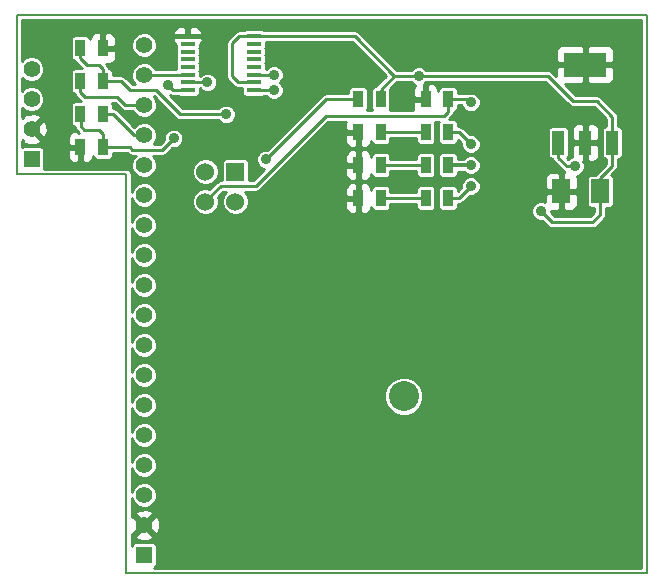
<source format=gtl>
G04 (created by PCBNEW (2012-nov-02)-testing) date Wed 19 Jun 2013 11:23:59 AM CDT*
%MOIN*%
G04 Gerber Fmt 3.4, Leading zero omitted, Abs format*
%FSLAX34Y34*%
G01*
G70*
G90*
G04 APERTURE LIST*
%ADD10C,0.006*%
%ADD11C,0.00590551*%
%ADD12R,0.05X0.015*%
%ADD13R,0.144X0.08*%
%ADD14R,0.04X0.08*%
%ADD15R,0.06X0.08*%
%ADD16R,0.035X0.055*%
%ADD17R,0.055X0.055*%
%ADD18C,0.055*%
%ADD19R,0.06X0.06*%
%ADD20C,0.06*%
%ADD21C,0.1*%
%ADD22C,0.035*%
%ADD23C,0.01*%
%ADD24C,0.014*%
G04 APERTURE END LIST*
G54D10*
G54D11*
X95850Y-48350D02*
X95850Y-66950D01*
X74850Y-48350D02*
X74850Y-53650D01*
X95850Y-48350D02*
X74850Y-48350D01*
X78500Y-66950D02*
X95850Y-66950D01*
X78500Y-53650D02*
X78500Y-66950D01*
X74850Y-53650D02*
X78500Y-53650D01*
G54D12*
X82752Y-50846D03*
X82752Y-50590D03*
X82752Y-50334D03*
X82752Y-50078D03*
X82752Y-49822D03*
X82752Y-49566D03*
X82752Y-49310D03*
X82752Y-49054D03*
X80548Y-49054D03*
X80548Y-49310D03*
X80548Y-49566D03*
X80548Y-49822D03*
X80548Y-50078D03*
X80548Y-50334D03*
X80548Y-50590D03*
X80548Y-50846D03*
G54D13*
X93800Y-50000D03*
G54D14*
X93800Y-52600D03*
X94700Y-52600D03*
X92900Y-52600D03*
G54D15*
X94300Y-54220D03*
X93000Y-54220D03*
G54D16*
X86985Y-54450D03*
X86235Y-54450D03*
X86985Y-53350D03*
X86235Y-53350D03*
X86985Y-52250D03*
X86235Y-52250D03*
X89235Y-54450D03*
X88485Y-54450D03*
X89235Y-53350D03*
X88485Y-53350D03*
X89235Y-52250D03*
X88485Y-52250D03*
G54D17*
X75350Y-53150D03*
G54D18*
X75350Y-52150D03*
X75350Y-51150D03*
X75350Y-50150D03*
G54D17*
X79100Y-66350D03*
G54D18*
X79100Y-65350D03*
X79100Y-64350D03*
X79100Y-63350D03*
X79100Y-62350D03*
X79100Y-61350D03*
X79100Y-60350D03*
X79100Y-59350D03*
X79100Y-58350D03*
X79100Y-57350D03*
X79100Y-56350D03*
X79100Y-55350D03*
X79100Y-54350D03*
X79100Y-53350D03*
X79100Y-52350D03*
X79100Y-51350D03*
X79100Y-50350D03*
X79100Y-49350D03*
G54D19*
X82140Y-53570D03*
G54D20*
X82140Y-54570D03*
X81140Y-53570D03*
X81140Y-54570D03*
G54D21*
X87750Y-61050D03*
G54D16*
X76975Y-50550D03*
X77725Y-50550D03*
X76975Y-49450D03*
X77725Y-49450D03*
X77725Y-51650D03*
X76975Y-51650D03*
X77725Y-52750D03*
X76975Y-52750D03*
X86985Y-51150D03*
X86235Y-51150D03*
X89235Y-51150D03*
X88485Y-51150D03*
G54D22*
X92320Y-54880D03*
X88250Y-50380D03*
X93460Y-53390D03*
X81210Y-50590D03*
X89990Y-51260D03*
X80080Y-52460D03*
X81830Y-51660D03*
X83160Y-53160D03*
X83420Y-50850D03*
X79900Y-50690D03*
X83420Y-50340D03*
X81960Y-52430D03*
X83570Y-49850D03*
X91930Y-49850D03*
X91930Y-56350D03*
X83570Y-53850D03*
X83570Y-59350D03*
X91930Y-59350D03*
X86750Y-58870D03*
X88750Y-58870D03*
X89990Y-54050D03*
X89990Y-53350D03*
X89990Y-52650D03*
G54D23*
X82752Y-49054D02*
X82266Y-49054D01*
X82240Y-50590D02*
X82752Y-50590D01*
X82040Y-50390D02*
X82240Y-50590D01*
X82040Y-49280D02*
X82040Y-50390D01*
X82266Y-49054D02*
X82040Y-49280D01*
X87440Y-50380D02*
X86114Y-49054D01*
X86114Y-49054D02*
X82752Y-49054D01*
X94300Y-54220D02*
X94300Y-55000D01*
X92700Y-55260D02*
X92320Y-54880D01*
X94040Y-55260D02*
X92700Y-55260D01*
X94300Y-55000D02*
X94040Y-55260D01*
X94300Y-54220D02*
X94300Y-53780D01*
X94700Y-53380D02*
X94700Y-52600D01*
X94300Y-53780D02*
X94700Y-53380D01*
X88250Y-50380D02*
X92560Y-50380D01*
X94700Y-51730D02*
X94700Y-52600D01*
X94190Y-51220D02*
X94700Y-51730D01*
X93400Y-51220D02*
X94190Y-51220D01*
X92560Y-50380D02*
X93400Y-51220D01*
X86985Y-51150D02*
X86985Y-50835D01*
X86985Y-50835D02*
X87440Y-50380D01*
X87440Y-50380D02*
X88250Y-50380D01*
X92900Y-52600D02*
X92900Y-53100D01*
X93190Y-53390D02*
X93460Y-53390D01*
X92900Y-53100D02*
X93190Y-53390D01*
X81210Y-50590D02*
X80548Y-50590D01*
X81140Y-54570D02*
X81140Y-54560D01*
X89235Y-51575D02*
X89235Y-51150D01*
X89110Y-51700D02*
X89235Y-51575D01*
X85160Y-51700D02*
X89110Y-51700D01*
X82820Y-54040D02*
X85160Y-51700D01*
X81660Y-54040D02*
X82820Y-54040D01*
X81140Y-54560D02*
X81660Y-54040D01*
X89235Y-51150D02*
X89880Y-51150D01*
X89880Y-51150D02*
X89990Y-51260D01*
X77725Y-52750D02*
X78620Y-52750D01*
X79710Y-52830D02*
X80080Y-52460D01*
X78700Y-52830D02*
X79710Y-52830D01*
X78620Y-52750D02*
X78700Y-52830D01*
X76975Y-51650D02*
X76980Y-51655D01*
X77725Y-52305D02*
X77725Y-52750D01*
X77590Y-52170D02*
X77725Y-52305D01*
X77110Y-52170D02*
X77590Y-52170D01*
X76980Y-52040D02*
X77110Y-52170D01*
X76980Y-51655D02*
X76980Y-52040D01*
X77725Y-51650D02*
X78070Y-51650D01*
X78770Y-52350D02*
X79100Y-52350D01*
X78070Y-51650D02*
X78770Y-52350D01*
X79100Y-51350D02*
X78470Y-51350D01*
X76975Y-50925D02*
X76975Y-50550D01*
X77140Y-51090D02*
X76975Y-50925D01*
X78210Y-51090D02*
X77140Y-51090D01*
X78470Y-51350D02*
X78210Y-51090D01*
X77725Y-50550D02*
X78320Y-50550D01*
X80310Y-51660D02*
X81830Y-51660D01*
X79510Y-50860D02*
X80310Y-51660D01*
X78630Y-50860D02*
X79510Y-50860D01*
X78320Y-50550D02*
X78630Y-50860D01*
X76975Y-49450D02*
X76975Y-49795D01*
X77725Y-50145D02*
X77725Y-50550D01*
X77580Y-50000D02*
X77725Y-50145D01*
X77180Y-50000D02*
X77580Y-50000D01*
X76975Y-49795D02*
X77180Y-50000D01*
X85170Y-51150D02*
X86235Y-51150D01*
X83160Y-53160D02*
X85170Y-51150D01*
X82752Y-50846D02*
X83416Y-50846D01*
X83416Y-50846D02*
X83420Y-50850D01*
X79900Y-50690D02*
X80056Y-50846D01*
X80056Y-50846D02*
X80548Y-50846D01*
X82752Y-50334D02*
X83414Y-50334D01*
X83414Y-50334D02*
X83420Y-50340D01*
X79100Y-50350D02*
X80532Y-50350D01*
X80532Y-50350D02*
X80548Y-50334D01*
X89235Y-54450D02*
X89590Y-54450D01*
X89590Y-54450D02*
X89990Y-54050D01*
G54D24*
X89235Y-53350D02*
X89990Y-53350D01*
G54D23*
X86985Y-52250D02*
X88485Y-52250D01*
X86985Y-53350D02*
X88485Y-53350D01*
X86985Y-54450D02*
X88485Y-54450D01*
X89235Y-52250D02*
X89590Y-52250D01*
X89590Y-52250D02*
X89990Y-52650D01*
G54D10*
G36*
X95670Y-66770D02*
X95050Y-66770D01*
X95050Y-52970D01*
X95050Y-52170D01*
X95027Y-52115D01*
X94985Y-52072D01*
X94929Y-52050D01*
X94900Y-52049D01*
X94900Y-51730D01*
X94887Y-51666D01*
X94884Y-51653D01*
X94884Y-51653D01*
X94841Y-51588D01*
X94770Y-51517D01*
X94770Y-50350D01*
X94770Y-49649D01*
X94769Y-49550D01*
X94731Y-49458D01*
X94661Y-49387D01*
X94569Y-49349D01*
X93912Y-49350D01*
X93850Y-49412D01*
X93850Y-49950D01*
X94707Y-49950D01*
X94770Y-49887D01*
X94770Y-49649D01*
X94770Y-50350D01*
X94770Y-50112D01*
X94707Y-50050D01*
X93850Y-50050D01*
X93850Y-50587D01*
X93912Y-50650D01*
X94569Y-50650D01*
X94661Y-50612D01*
X94731Y-50541D01*
X94769Y-50449D01*
X94770Y-50350D01*
X94770Y-51517D01*
X94331Y-51078D01*
X94266Y-51035D01*
X94190Y-51020D01*
X93482Y-51020D01*
X93112Y-50650D01*
X93687Y-50650D01*
X93750Y-50587D01*
X93750Y-50050D01*
X93750Y-49950D01*
X93750Y-49412D01*
X93687Y-49350D01*
X93030Y-49349D01*
X92938Y-49387D01*
X92868Y-49458D01*
X92830Y-49550D01*
X92829Y-49649D01*
X92830Y-49887D01*
X92892Y-49950D01*
X93750Y-49950D01*
X93750Y-50050D01*
X92892Y-50050D01*
X92830Y-50112D01*
X92829Y-50350D01*
X92829Y-50367D01*
X92701Y-50238D01*
X92636Y-50195D01*
X92560Y-50180D01*
X88509Y-50180D01*
X88434Y-50104D01*
X88314Y-50055D01*
X88185Y-50054D01*
X88066Y-50104D01*
X87990Y-50180D01*
X87522Y-50180D01*
X86255Y-48912D01*
X86190Y-48869D01*
X86114Y-48854D01*
X83089Y-48854D01*
X83087Y-48851D01*
X83031Y-48829D01*
X82972Y-48828D01*
X82472Y-48828D01*
X82417Y-48851D01*
X82414Y-48854D01*
X82266Y-48854D01*
X82189Y-48869D01*
X82124Y-48912D01*
X81898Y-49138D01*
X81855Y-49203D01*
X81840Y-49280D01*
X81840Y-50390D01*
X81855Y-50466D01*
X81898Y-50531D01*
X82098Y-50731D01*
X82098Y-50731D01*
X82141Y-50760D01*
X82163Y-50774D01*
X82163Y-50774D01*
X82240Y-50790D01*
X82351Y-50790D01*
X82351Y-50800D01*
X82351Y-50950D01*
X82374Y-51005D01*
X82416Y-51048D01*
X82472Y-51070D01*
X82531Y-51071D01*
X83031Y-51071D01*
X83086Y-51048D01*
X83089Y-51046D01*
X83156Y-51046D01*
X83235Y-51125D01*
X83355Y-51174D01*
X83484Y-51175D01*
X83603Y-51125D01*
X83695Y-51034D01*
X83744Y-50914D01*
X83745Y-50785D01*
X83695Y-50666D01*
X83624Y-50594D01*
X83695Y-50524D01*
X83744Y-50404D01*
X83745Y-50275D01*
X83695Y-50156D01*
X83604Y-50064D01*
X83484Y-50015D01*
X83355Y-50014D01*
X83236Y-50064D01*
X83166Y-50134D01*
X83152Y-50134D01*
X83152Y-50123D01*
X83152Y-49973D01*
X83142Y-49950D01*
X83151Y-49926D01*
X83152Y-49867D01*
X83152Y-49717D01*
X83142Y-49694D01*
X83151Y-49670D01*
X83152Y-49611D01*
X83152Y-49461D01*
X83142Y-49438D01*
X83151Y-49414D01*
X83152Y-49355D01*
X83152Y-49254D01*
X86031Y-49254D01*
X87157Y-50380D01*
X86843Y-50693D01*
X86822Y-50724D01*
X86780Y-50724D01*
X86725Y-50747D01*
X86682Y-50789D01*
X86660Y-50845D01*
X86659Y-50904D01*
X86659Y-51454D01*
X86678Y-51500D01*
X86541Y-51500D01*
X86559Y-51454D01*
X86560Y-51395D01*
X86560Y-50845D01*
X86537Y-50790D01*
X86495Y-50747D01*
X86439Y-50725D01*
X86380Y-50724D01*
X86030Y-50724D01*
X85975Y-50747D01*
X85932Y-50789D01*
X85910Y-50845D01*
X85909Y-50904D01*
X85909Y-50950D01*
X85170Y-50950D01*
X85093Y-50965D01*
X85071Y-50979D01*
X85028Y-51008D01*
X83202Y-52835D01*
X83095Y-52834D01*
X82976Y-52884D01*
X82884Y-52975D01*
X82835Y-53095D01*
X82834Y-53224D01*
X82884Y-53343D01*
X82975Y-53435D01*
X83093Y-53484D01*
X82737Y-53840D01*
X82590Y-53840D01*
X82590Y-53240D01*
X82567Y-53185D01*
X82525Y-53142D01*
X82469Y-53120D01*
X82410Y-53119D01*
X82155Y-53119D01*
X82155Y-51595D01*
X82105Y-51476D01*
X82014Y-51384D01*
X81894Y-51335D01*
X81765Y-51334D01*
X81646Y-51384D01*
X81570Y-51460D01*
X80392Y-51460D01*
X79947Y-51015D01*
X79955Y-51015D01*
X79957Y-51016D01*
X79979Y-51030D01*
X79979Y-51030D01*
X80055Y-51045D01*
X80056Y-51046D01*
X80210Y-51046D01*
X80212Y-51048D01*
X80268Y-51070D01*
X80327Y-51071D01*
X80827Y-51071D01*
X80882Y-51048D01*
X80925Y-51006D01*
X80947Y-50950D01*
X80948Y-50891D01*
X80948Y-50790D01*
X80950Y-50790D01*
X81025Y-50865D01*
X81145Y-50914D01*
X81274Y-50915D01*
X81393Y-50865D01*
X81485Y-50774D01*
X81534Y-50654D01*
X81535Y-50525D01*
X81485Y-50406D01*
X81394Y-50314D01*
X81274Y-50265D01*
X81145Y-50264D01*
X81026Y-50314D01*
X80950Y-50390D01*
X80948Y-50390D01*
X80948Y-50379D01*
X80948Y-50229D01*
X80938Y-50206D01*
X80947Y-50182D01*
X80948Y-50123D01*
X80948Y-49973D01*
X80938Y-49950D01*
X80947Y-49926D01*
X80948Y-49867D01*
X80948Y-49717D01*
X80938Y-49694D01*
X80947Y-49670D01*
X80948Y-49611D01*
X80948Y-49461D01*
X80938Y-49438D01*
X80947Y-49414D01*
X80948Y-49355D01*
X80948Y-49332D01*
X81010Y-49270D01*
X81048Y-49178D01*
X81048Y-48929D01*
X81010Y-48837D01*
X80939Y-48767D01*
X80847Y-48729D01*
X80748Y-48728D01*
X80660Y-48729D01*
X80598Y-48791D01*
X80598Y-49016D01*
X80985Y-49016D01*
X81048Y-48954D01*
X81048Y-48929D01*
X81048Y-49178D01*
X81048Y-49154D01*
X80985Y-49091D01*
X80843Y-49091D01*
X80827Y-49085D01*
X80768Y-49084D01*
X80498Y-49084D01*
X80498Y-49016D01*
X80498Y-48791D01*
X80435Y-48729D01*
X80347Y-48728D01*
X80248Y-48729D01*
X80156Y-48767D01*
X80085Y-48837D01*
X80047Y-48929D01*
X80048Y-48954D01*
X80110Y-49016D01*
X80498Y-49016D01*
X80498Y-49084D01*
X80268Y-49084D01*
X80252Y-49091D01*
X80110Y-49091D01*
X80048Y-49154D01*
X80047Y-49178D01*
X80085Y-49270D01*
X80147Y-49332D01*
X80147Y-49414D01*
X80157Y-49437D01*
X80148Y-49461D01*
X80147Y-49520D01*
X80147Y-49670D01*
X80157Y-49693D01*
X80148Y-49717D01*
X80147Y-49776D01*
X80147Y-49926D01*
X80157Y-49949D01*
X80148Y-49973D01*
X80147Y-50032D01*
X80147Y-50150D01*
X79525Y-50150D01*
X79525Y-49265D01*
X79460Y-49109D01*
X79341Y-48989D01*
X79184Y-48925D01*
X79015Y-48924D01*
X78859Y-48989D01*
X78739Y-49108D01*
X78675Y-49265D01*
X78674Y-49434D01*
X78739Y-49590D01*
X78858Y-49710D01*
X79015Y-49774D01*
X79184Y-49775D01*
X79340Y-49710D01*
X79460Y-49591D01*
X79524Y-49434D01*
X79525Y-49265D01*
X79525Y-50150D01*
X79477Y-50150D01*
X79460Y-50109D01*
X79341Y-49989D01*
X79184Y-49925D01*
X79015Y-49924D01*
X78859Y-49989D01*
X78739Y-50108D01*
X78675Y-50265D01*
X78674Y-50434D01*
X78739Y-50590D01*
X78808Y-50660D01*
X78712Y-50660D01*
X78461Y-50408D01*
X78396Y-50365D01*
X78320Y-50350D01*
X78050Y-50350D01*
X78050Y-50245D01*
X78027Y-50190D01*
X77985Y-50147D01*
X77929Y-50125D01*
X77921Y-50125D01*
X77909Y-50068D01*
X77909Y-50068D01*
X77895Y-50046D01*
X77866Y-50003D01*
X77866Y-50003D01*
X77837Y-49975D01*
X77949Y-49975D01*
X78041Y-49937D01*
X78111Y-49866D01*
X78149Y-49774D01*
X78150Y-49675D01*
X78150Y-49224D01*
X78149Y-49125D01*
X78111Y-49033D01*
X78041Y-48962D01*
X77949Y-48924D01*
X77837Y-48925D01*
X77775Y-48987D01*
X77775Y-49400D01*
X78087Y-49400D01*
X78150Y-49337D01*
X78150Y-49224D01*
X78150Y-49675D01*
X78150Y-49562D01*
X78087Y-49500D01*
X77775Y-49500D01*
X77775Y-49507D01*
X77675Y-49507D01*
X77675Y-49500D01*
X77667Y-49500D01*
X77667Y-49400D01*
X77675Y-49400D01*
X77675Y-48987D01*
X77612Y-48925D01*
X77500Y-48924D01*
X77408Y-48962D01*
X77338Y-49033D01*
X77300Y-49125D01*
X77300Y-49145D01*
X77277Y-49090D01*
X77235Y-49047D01*
X77179Y-49025D01*
X77120Y-49024D01*
X76770Y-49024D01*
X76715Y-49047D01*
X76672Y-49089D01*
X76650Y-49145D01*
X76649Y-49204D01*
X76649Y-49754D01*
X76672Y-49809D01*
X76714Y-49852D01*
X76770Y-49874D01*
X76792Y-49874D01*
X76833Y-49936D01*
X77022Y-50124D01*
X76770Y-50124D01*
X76715Y-50147D01*
X76672Y-50189D01*
X76650Y-50245D01*
X76649Y-50304D01*
X76649Y-50854D01*
X76672Y-50909D01*
X76714Y-50952D01*
X76770Y-50974D01*
X76784Y-50974D01*
X76790Y-51001D01*
X76833Y-51066D01*
X76992Y-51224D01*
X76770Y-51224D01*
X76715Y-51247D01*
X76672Y-51289D01*
X76650Y-51345D01*
X76649Y-51404D01*
X76649Y-51954D01*
X76672Y-52009D01*
X76714Y-52052D01*
X76770Y-52074D01*
X76786Y-52074D01*
X76795Y-52116D01*
X76838Y-52181D01*
X76924Y-52267D01*
X76924Y-52287D01*
X76862Y-52225D01*
X76750Y-52224D01*
X76658Y-52262D01*
X76588Y-52333D01*
X76550Y-52425D01*
X76549Y-52524D01*
X76550Y-52637D01*
X76612Y-52700D01*
X76925Y-52700D01*
X76925Y-52692D01*
X77025Y-52692D01*
X77025Y-52700D01*
X77032Y-52700D01*
X77032Y-52800D01*
X77025Y-52800D01*
X77025Y-53212D01*
X77087Y-53275D01*
X77199Y-53275D01*
X77291Y-53237D01*
X77361Y-53166D01*
X77399Y-53074D01*
X77399Y-53054D01*
X77399Y-53054D01*
X77422Y-53109D01*
X77464Y-53152D01*
X77520Y-53174D01*
X77579Y-53175D01*
X77929Y-53175D01*
X77984Y-53152D01*
X78027Y-53110D01*
X78049Y-53054D01*
X78050Y-52995D01*
X78050Y-52950D01*
X78537Y-52950D01*
X78558Y-52971D01*
X78623Y-53014D01*
X78623Y-53014D01*
X78700Y-53030D01*
X78818Y-53030D01*
X78739Y-53108D01*
X78675Y-53265D01*
X78674Y-53434D01*
X78739Y-53590D01*
X78858Y-53710D01*
X79015Y-53774D01*
X79184Y-53775D01*
X79340Y-53710D01*
X79460Y-53591D01*
X79524Y-53434D01*
X79525Y-53265D01*
X79460Y-53109D01*
X79381Y-53030D01*
X79710Y-53030D01*
X79786Y-53014D01*
X79851Y-52971D01*
X80037Y-52784D01*
X80144Y-52785D01*
X80263Y-52735D01*
X80355Y-52644D01*
X80404Y-52524D01*
X80405Y-52395D01*
X80355Y-52276D01*
X80264Y-52184D01*
X80144Y-52135D01*
X80015Y-52134D01*
X79896Y-52184D01*
X79804Y-52275D01*
X79755Y-52395D01*
X79754Y-52502D01*
X79627Y-52630D01*
X79421Y-52630D01*
X79460Y-52591D01*
X79524Y-52434D01*
X79525Y-52265D01*
X79460Y-52109D01*
X79341Y-51989D01*
X79184Y-51925D01*
X79015Y-51924D01*
X78859Y-51989D01*
X78775Y-52073D01*
X78211Y-51508D01*
X78146Y-51465D01*
X78070Y-51450D01*
X78050Y-51450D01*
X78050Y-51345D01*
X78027Y-51290D01*
X78027Y-51290D01*
X78127Y-51290D01*
X78328Y-51491D01*
X78328Y-51491D01*
X78371Y-51520D01*
X78393Y-51534D01*
X78393Y-51534D01*
X78470Y-51550D01*
X78722Y-51550D01*
X78739Y-51590D01*
X78858Y-51710D01*
X79015Y-51774D01*
X79184Y-51775D01*
X79340Y-51710D01*
X79460Y-51591D01*
X79524Y-51434D01*
X79525Y-51265D01*
X79460Y-51109D01*
X79411Y-51060D01*
X79427Y-51060D01*
X80168Y-51801D01*
X80168Y-51801D01*
X80211Y-51830D01*
X80233Y-51844D01*
X80233Y-51844D01*
X80309Y-51859D01*
X80310Y-51860D01*
X81570Y-51860D01*
X81645Y-51935D01*
X81765Y-51984D01*
X81894Y-51985D01*
X82013Y-51935D01*
X82105Y-51844D01*
X82154Y-51724D01*
X82155Y-51595D01*
X82155Y-53119D01*
X81810Y-53119D01*
X81755Y-53142D01*
X81712Y-53184D01*
X81690Y-53240D01*
X81689Y-53299D01*
X81689Y-53840D01*
X81660Y-53840D01*
X81596Y-53852D01*
X81590Y-53853D01*
X81590Y-53480D01*
X81521Y-53315D01*
X81395Y-53188D01*
X81229Y-53120D01*
X81050Y-53119D01*
X80885Y-53188D01*
X80758Y-53314D01*
X80690Y-53480D01*
X80689Y-53659D01*
X80758Y-53824D01*
X80884Y-53951D01*
X81050Y-54019D01*
X81229Y-54020D01*
X81394Y-53951D01*
X81521Y-53825D01*
X81589Y-53659D01*
X81590Y-53480D01*
X81590Y-53853D01*
X81583Y-53855D01*
X81518Y-53898D01*
X81277Y-54139D01*
X81229Y-54120D01*
X81050Y-54119D01*
X80885Y-54188D01*
X80758Y-54314D01*
X80690Y-54480D01*
X80689Y-54659D01*
X80758Y-54824D01*
X80884Y-54951D01*
X81050Y-55019D01*
X81229Y-55020D01*
X81394Y-54951D01*
X81521Y-54825D01*
X81589Y-54659D01*
X81590Y-54480D01*
X81564Y-54418D01*
X81742Y-54240D01*
X81833Y-54240D01*
X81758Y-54314D01*
X81690Y-54480D01*
X81689Y-54659D01*
X81758Y-54824D01*
X81884Y-54951D01*
X82050Y-55019D01*
X82229Y-55020D01*
X82394Y-54951D01*
X82521Y-54825D01*
X82589Y-54659D01*
X82590Y-54480D01*
X82521Y-54315D01*
X82446Y-54240D01*
X82820Y-54240D01*
X82896Y-54224D01*
X82961Y-54181D01*
X85242Y-51900D01*
X85820Y-51900D01*
X85810Y-51925D01*
X85809Y-52024D01*
X85810Y-52137D01*
X85872Y-52200D01*
X86185Y-52200D01*
X86185Y-52192D01*
X86285Y-52192D01*
X86285Y-52200D01*
X86292Y-52200D01*
X86292Y-52300D01*
X86285Y-52300D01*
X86285Y-52712D01*
X86347Y-52775D01*
X86459Y-52775D01*
X86551Y-52737D01*
X86621Y-52666D01*
X86659Y-52574D01*
X86659Y-52554D01*
X86659Y-52554D01*
X86682Y-52609D01*
X86724Y-52652D01*
X86780Y-52674D01*
X86839Y-52675D01*
X87189Y-52675D01*
X87244Y-52652D01*
X87287Y-52610D01*
X87309Y-52554D01*
X87310Y-52495D01*
X87310Y-52450D01*
X88159Y-52450D01*
X88159Y-52554D01*
X88182Y-52609D01*
X88224Y-52652D01*
X88280Y-52674D01*
X88339Y-52675D01*
X88689Y-52675D01*
X88744Y-52652D01*
X88787Y-52610D01*
X88809Y-52554D01*
X88810Y-52495D01*
X88810Y-51945D01*
X88791Y-51900D01*
X88928Y-51900D01*
X88910Y-51945D01*
X88909Y-52004D01*
X88909Y-52554D01*
X88932Y-52609D01*
X88974Y-52652D01*
X89030Y-52674D01*
X89089Y-52675D01*
X89439Y-52675D01*
X89494Y-52652D01*
X89537Y-52610D01*
X89559Y-52554D01*
X89560Y-52502D01*
X89665Y-52607D01*
X89664Y-52714D01*
X89714Y-52833D01*
X89805Y-52925D01*
X89925Y-52974D01*
X90054Y-52975D01*
X90173Y-52925D01*
X90265Y-52834D01*
X90314Y-52714D01*
X90315Y-52585D01*
X90265Y-52466D01*
X90174Y-52374D01*
X90054Y-52325D01*
X89947Y-52324D01*
X89731Y-52108D01*
X89666Y-52065D01*
X89590Y-52050D01*
X89560Y-52050D01*
X89560Y-51945D01*
X89537Y-51890D01*
X89495Y-51847D01*
X89439Y-51825D01*
X89380Y-51824D01*
X89267Y-51824D01*
X89376Y-51716D01*
X89376Y-51716D01*
X89405Y-51673D01*
X89419Y-51651D01*
X89419Y-51651D01*
X89434Y-51575D01*
X89439Y-51575D01*
X89494Y-51552D01*
X89537Y-51510D01*
X89559Y-51454D01*
X89560Y-51395D01*
X89560Y-51350D01*
X89675Y-51350D01*
X89714Y-51443D01*
X89805Y-51535D01*
X89925Y-51584D01*
X90054Y-51585D01*
X90173Y-51535D01*
X90265Y-51444D01*
X90314Y-51324D01*
X90315Y-51195D01*
X90265Y-51076D01*
X90174Y-50984D01*
X90054Y-50935D01*
X89925Y-50934D01*
X89886Y-50951D01*
X89880Y-50950D01*
X89560Y-50950D01*
X89560Y-50845D01*
X89537Y-50790D01*
X89495Y-50747D01*
X89439Y-50725D01*
X89380Y-50724D01*
X89030Y-50724D01*
X88975Y-50747D01*
X88932Y-50789D01*
X88910Y-50845D01*
X88909Y-50874D01*
X88909Y-50825D01*
X88871Y-50733D01*
X88801Y-50662D01*
X88709Y-50624D01*
X88597Y-50625D01*
X88535Y-50687D01*
X88535Y-51100D01*
X88542Y-51100D01*
X88542Y-51200D01*
X88535Y-51200D01*
X88535Y-51207D01*
X88435Y-51207D01*
X88435Y-51200D01*
X88122Y-51200D01*
X88060Y-51262D01*
X88059Y-51375D01*
X88060Y-51474D01*
X88070Y-51500D01*
X87291Y-51500D01*
X87309Y-51454D01*
X87310Y-51395D01*
X87310Y-50845D01*
X87294Y-50808D01*
X87522Y-50580D01*
X87990Y-50580D01*
X88065Y-50655D01*
X88143Y-50687D01*
X88098Y-50733D01*
X88060Y-50825D01*
X88059Y-50924D01*
X88060Y-51037D01*
X88122Y-51100D01*
X88435Y-51100D01*
X88435Y-50687D01*
X88412Y-50664D01*
X88433Y-50655D01*
X88509Y-50580D01*
X92477Y-50580D01*
X93258Y-51361D01*
X93323Y-51404D01*
X93400Y-51420D01*
X94107Y-51420D01*
X94500Y-51812D01*
X94500Y-52049D01*
X94470Y-52049D01*
X94415Y-52072D01*
X94372Y-52114D01*
X94350Y-52170D01*
X94349Y-52229D01*
X94349Y-53029D01*
X94372Y-53084D01*
X94414Y-53127D01*
X94470Y-53149D01*
X94500Y-53150D01*
X94500Y-53297D01*
X94250Y-53547D01*
X94250Y-52950D01*
X94250Y-52249D01*
X94249Y-52150D01*
X94211Y-52058D01*
X94141Y-51987D01*
X94049Y-51949D01*
X93912Y-51950D01*
X93850Y-52012D01*
X93850Y-52550D01*
X94187Y-52550D01*
X94250Y-52487D01*
X94250Y-52249D01*
X94250Y-52950D01*
X94250Y-52712D01*
X94187Y-52650D01*
X93850Y-52650D01*
X93850Y-53187D01*
X93912Y-53250D01*
X94049Y-53250D01*
X94141Y-53212D01*
X94211Y-53141D01*
X94249Y-53049D01*
X94250Y-52950D01*
X94250Y-53547D01*
X94158Y-53638D01*
X94137Y-53669D01*
X93970Y-53669D01*
X93915Y-53692D01*
X93872Y-53734D01*
X93850Y-53790D01*
X93849Y-53849D01*
X93849Y-54649D01*
X93872Y-54704D01*
X93914Y-54747D01*
X93970Y-54769D01*
X94029Y-54770D01*
X94100Y-54770D01*
X94100Y-54917D01*
X93957Y-55060D01*
X93785Y-55060D01*
X93785Y-53325D01*
X93735Y-53206D01*
X93733Y-53203D01*
X93750Y-53187D01*
X93750Y-52650D01*
X93750Y-52550D01*
X93750Y-52012D01*
X93687Y-51950D01*
X93550Y-51949D01*
X93458Y-51987D01*
X93388Y-52058D01*
X93350Y-52150D01*
X93349Y-52249D01*
X93350Y-52487D01*
X93412Y-52550D01*
X93750Y-52550D01*
X93750Y-52650D01*
X93412Y-52650D01*
X93350Y-52712D01*
X93349Y-52950D01*
X93350Y-53049D01*
X93362Y-53078D01*
X93276Y-53114D01*
X93236Y-53153D01*
X93197Y-53114D01*
X93227Y-53085D01*
X93249Y-53029D01*
X93250Y-52970D01*
X93250Y-52170D01*
X93227Y-52115D01*
X93185Y-52072D01*
X93129Y-52050D01*
X93070Y-52049D01*
X92670Y-52049D01*
X92615Y-52072D01*
X92572Y-52114D01*
X92550Y-52170D01*
X92549Y-52229D01*
X92549Y-53029D01*
X92572Y-53084D01*
X92614Y-53127D01*
X92670Y-53149D01*
X92709Y-53150D01*
X92715Y-53176D01*
X92758Y-53241D01*
X93048Y-53531D01*
X93048Y-53531D01*
X93091Y-53560D01*
X93110Y-53572D01*
X93050Y-53632D01*
X93050Y-54170D01*
X93487Y-54170D01*
X93550Y-54107D01*
X93550Y-53869D01*
X93549Y-53770D01*
X93526Y-53714D01*
X93643Y-53665D01*
X93735Y-53574D01*
X93784Y-53454D01*
X93785Y-53325D01*
X93785Y-55060D01*
X93550Y-55060D01*
X93550Y-54570D01*
X93550Y-54332D01*
X93487Y-54270D01*
X93050Y-54270D01*
X93050Y-54807D01*
X93112Y-54870D01*
X93349Y-54870D01*
X93441Y-54832D01*
X93511Y-54761D01*
X93549Y-54669D01*
X93550Y-54570D01*
X93550Y-55060D01*
X92782Y-55060D01*
X92644Y-54922D01*
X92645Y-54867D01*
X92650Y-54870D01*
X92887Y-54870D01*
X92950Y-54807D01*
X92950Y-54270D01*
X92950Y-54170D01*
X92950Y-53632D01*
X92887Y-53570D01*
X92650Y-53569D01*
X92558Y-53607D01*
X92488Y-53678D01*
X92450Y-53770D01*
X92449Y-53869D01*
X92450Y-54107D01*
X92512Y-54170D01*
X92950Y-54170D01*
X92950Y-54270D01*
X92512Y-54270D01*
X92450Y-54332D01*
X92449Y-54570D01*
X92449Y-54582D01*
X92384Y-54555D01*
X92255Y-54554D01*
X92136Y-54604D01*
X92044Y-54695D01*
X91995Y-54815D01*
X91994Y-54944D01*
X92044Y-55063D01*
X92135Y-55155D01*
X92255Y-55204D01*
X92362Y-55205D01*
X92558Y-55401D01*
X92558Y-55401D01*
X92601Y-55430D01*
X92623Y-55444D01*
X92623Y-55444D01*
X92699Y-55459D01*
X92700Y-55460D01*
X94040Y-55460D01*
X94116Y-55444D01*
X94181Y-55401D01*
X94441Y-55141D01*
X94441Y-55141D01*
X94470Y-55098D01*
X94484Y-55076D01*
X94484Y-55076D01*
X94499Y-55000D01*
X94500Y-55000D01*
X94500Y-54770D01*
X94629Y-54770D01*
X94684Y-54747D01*
X94727Y-54705D01*
X94749Y-54649D01*
X94750Y-54590D01*
X94750Y-53790D01*
X94727Y-53735D01*
X94685Y-53692D01*
X94674Y-53688D01*
X94841Y-53521D01*
X94841Y-53521D01*
X94870Y-53478D01*
X94884Y-53456D01*
X94884Y-53456D01*
X94899Y-53380D01*
X94900Y-53380D01*
X94900Y-53150D01*
X94929Y-53150D01*
X94984Y-53127D01*
X95027Y-53085D01*
X95049Y-53029D01*
X95050Y-52970D01*
X95050Y-66770D01*
X90315Y-66770D01*
X90315Y-53985D01*
X90315Y-53285D01*
X90265Y-53166D01*
X90174Y-53074D01*
X90054Y-53025D01*
X89925Y-53024D01*
X89806Y-53074D01*
X89750Y-53130D01*
X89560Y-53130D01*
X89560Y-53045D01*
X89537Y-52990D01*
X89495Y-52947D01*
X89439Y-52925D01*
X89380Y-52924D01*
X89030Y-52924D01*
X88975Y-52947D01*
X88932Y-52989D01*
X88910Y-53045D01*
X88909Y-53104D01*
X88909Y-53654D01*
X88932Y-53709D01*
X88974Y-53752D01*
X89030Y-53774D01*
X89089Y-53775D01*
X89439Y-53775D01*
X89494Y-53752D01*
X89537Y-53710D01*
X89559Y-53654D01*
X89560Y-53595D01*
X89560Y-53570D01*
X89750Y-53570D01*
X89805Y-53625D01*
X89925Y-53674D01*
X90054Y-53675D01*
X90173Y-53625D01*
X90265Y-53534D01*
X90314Y-53414D01*
X90315Y-53285D01*
X90315Y-53985D01*
X90265Y-53866D01*
X90174Y-53774D01*
X90054Y-53725D01*
X89925Y-53724D01*
X89806Y-53774D01*
X89714Y-53865D01*
X89665Y-53985D01*
X89664Y-54092D01*
X89560Y-54197D01*
X89560Y-54145D01*
X89537Y-54090D01*
X89495Y-54047D01*
X89439Y-54025D01*
X89380Y-54024D01*
X89030Y-54024D01*
X88975Y-54047D01*
X88932Y-54089D01*
X88910Y-54145D01*
X88909Y-54204D01*
X88909Y-54754D01*
X88932Y-54809D01*
X88974Y-54852D01*
X89030Y-54874D01*
X89089Y-54875D01*
X89439Y-54875D01*
X89494Y-54852D01*
X89537Y-54810D01*
X89559Y-54754D01*
X89560Y-54695D01*
X89560Y-54650D01*
X89590Y-54650D01*
X89666Y-54634D01*
X89731Y-54591D01*
X89947Y-54374D01*
X90054Y-54375D01*
X90173Y-54325D01*
X90265Y-54234D01*
X90314Y-54114D01*
X90315Y-53985D01*
X90315Y-66770D01*
X88810Y-66770D01*
X88810Y-54695D01*
X88810Y-54145D01*
X88810Y-53595D01*
X88810Y-53045D01*
X88787Y-52990D01*
X88745Y-52947D01*
X88689Y-52925D01*
X88630Y-52924D01*
X88280Y-52924D01*
X88225Y-52947D01*
X88182Y-52989D01*
X88160Y-53045D01*
X88159Y-53104D01*
X88159Y-53150D01*
X87310Y-53150D01*
X87310Y-53045D01*
X87287Y-52990D01*
X87245Y-52947D01*
X87189Y-52925D01*
X87130Y-52924D01*
X86780Y-52924D01*
X86725Y-52947D01*
X86682Y-52989D01*
X86660Y-53045D01*
X86659Y-53074D01*
X86659Y-53025D01*
X86621Y-52933D01*
X86551Y-52862D01*
X86459Y-52824D01*
X86347Y-52825D01*
X86285Y-52887D01*
X86285Y-53300D01*
X86292Y-53300D01*
X86292Y-53400D01*
X86285Y-53400D01*
X86285Y-53812D01*
X86347Y-53875D01*
X86459Y-53875D01*
X86551Y-53837D01*
X86621Y-53766D01*
X86659Y-53674D01*
X86659Y-53654D01*
X86659Y-53654D01*
X86682Y-53709D01*
X86724Y-53752D01*
X86780Y-53774D01*
X86839Y-53775D01*
X87189Y-53775D01*
X87244Y-53752D01*
X87287Y-53710D01*
X87309Y-53654D01*
X87310Y-53595D01*
X87310Y-53550D01*
X88159Y-53550D01*
X88159Y-53654D01*
X88182Y-53709D01*
X88224Y-53752D01*
X88280Y-53774D01*
X88339Y-53775D01*
X88689Y-53775D01*
X88744Y-53752D01*
X88787Y-53710D01*
X88809Y-53654D01*
X88810Y-53595D01*
X88810Y-54145D01*
X88787Y-54090D01*
X88745Y-54047D01*
X88689Y-54025D01*
X88630Y-54024D01*
X88280Y-54024D01*
X88225Y-54047D01*
X88182Y-54089D01*
X88160Y-54145D01*
X88159Y-54204D01*
X88159Y-54250D01*
X87310Y-54250D01*
X87310Y-54145D01*
X87287Y-54090D01*
X87245Y-54047D01*
X87189Y-54025D01*
X87130Y-54024D01*
X86780Y-54024D01*
X86725Y-54047D01*
X86682Y-54089D01*
X86660Y-54145D01*
X86659Y-54174D01*
X86659Y-54125D01*
X86621Y-54033D01*
X86551Y-53962D01*
X86459Y-53924D01*
X86347Y-53925D01*
X86285Y-53987D01*
X86285Y-54400D01*
X86292Y-54400D01*
X86292Y-54500D01*
X86285Y-54500D01*
X86285Y-54912D01*
X86347Y-54975D01*
X86459Y-54975D01*
X86551Y-54937D01*
X86621Y-54866D01*
X86659Y-54774D01*
X86659Y-54754D01*
X86659Y-54754D01*
X86682Y-54809D01*
X86724Y-54852D01*
X86780Y-54874D01*
X86839Y-54875D01*
X87189Y-54875D01*
X87244Y-54852D01*
X87287Y-54810D01*
X87309Y-54754D01*
X87310Y-54695D01*
X87310Y-54650D01*
X88159Y-54650D01*
X88159Y-54754D01*
X88182Y-54809D01*
X88224Y-54852D01*
X88280Y-54874D01*
X88339Y-54875D01*
X88689Y-54875D01*
X88744Y-54852D01*
X88787Y-54810D01*
X88809Y-54754D01*
X88810Y-54695D01*
X88810Y-66770D01*
X88400Y-66770D01*
X88400Y-60921D01*
X88301Y-60682D01*
X88118Y-60499D01*
X87879Y-60400D01*
X87621Y-60399D01*
X87382Y-60498D01*
X87199Y-60681D01*
X87100Y-60920D01*
X87099Y-61178D01*
X87198Y-61417D01*
X87381Y-61600D01*
X87620Y-61699D01*
X87878Y-61700D01*
X88117Y-61601D01*
X88300Y-61418D01*
X88399Y-61179D01*
X88400Y-60921D01*
X88400Y-66770D01*
X86185Y-66770D01*
X86185Y-54912D01*
X86185Y-54500D01*
X86185Y-54400D01*
X86185Y-53987D01*
X86185Y-53812D01*
X86185Y-53400D01*
X86185Y-53300D01*
X86185Y-52887D01*
X86185Y-52712D01*
X86185Y-52300D01*
X85872Y-52300D01*
X85810Y-52362D01*
X85809Y-52475D01*
X85810Y-52574D01*
X85848Y-52666D01*
X85918Y-52737D01*
X86010Y-52775D01*
X86122Y-52775D01*
X86185Y-52712D01*
X86185Y-52887D01*
X86122Y-52825D01*
X86010Y-52824D01*
X85918Y-52862D01*
X85848Y-52933D01*
X85810Y-53025D01*
X85809Y-53124D01*
X85810Y-53237D01*
X85872Y-53300D01*
X86185Y-53300D01*
X86185Y-53400D01*
X85872Y-53400D01*
X85810Y-53462D01*
X85809Y-53575D01*
X85810Y-53674D01*
X85848Y-53766D01*
X85918Y-53837D01*
X86010Y-53875D01*
X86122Y-53875D01*
X86185Y-53812D01*
X86185Y-53987D01*
X86122Y-53925D01*
X86010Y-53924D01*
X85918Y-53962D01*
X85848Y-54033D01*
X85810Y-54125D01*
X85809Y-54224D01*
X85810Y-54337D01*
X85872Y-54400D01*
X86185Y-54400D01*
X86185Y-54500D01*
X85872Y-54500D01*
X85810Y-54562D01*
X85809Y-54675D01*
X85810Y-54774D01*
X85848Y-54866D01*
X85918Y-54937D01*
X86010Y-54975D01*
X86122Y-54975D01*
X86185Y-54912D01*
X86185Y-66770D01*
X79629Y-66770D01*
X79629Y-65425D01*
X79618Y-65217D01*
X79560Y-65077D01*
X79467Y-65052D01*
X79397Y-65123D01*
X79397Y-64982D01*
X79372Y-64889D01*
X79175Y-64820D01*
X78967Y-64831D01*
X78827Y-64889D01*
X78802Y-64982D01*
X79100Y-65279D01*
X79397Y-64982D01*
X79397Y-65123D01*
X79170Y-65350D01*
X79467Y-65647D01*
X79560Y-65622D01*
X79629Y-65425D01*
X79629Y-66770D01*
X79415Y-66770D01*
X79459Y-66752D01*
X79502Y-66710D01*
X79524Y-66654D01*
X79525Y-66595D01*
X79525Y-66045D01*
X79502Y-65990D01*
X79460Y-65947D01*
X79404Y-65925D01*
X79397Y-65925D01*
X79397Y-65717D01*
X79100Y-65420D01*
X78802Y-65717D01*
X78827Y-65810D01*
X79024Y-65879D01*
X79232Y-65868D01*
X79372Y-65810D01*
X79397Y-65717D01*
X79397Y-65925D01*
X79345Y-65924D01*
X78795Y-65924D01*
X78740Y-65947D01*
X78697Y-65989D01*
X78679Y-66034D01*
X78679Y-65633D01*
X78732Y-65647D01*
X79029Y-65350D01*
X78732Y-65052D01*
X78679Y-65066D01*
X78679Y-64445D01*
X78739Y-64590D01*
X78858Y-64710D01*
X79015Y-64774D01*
X79184Y-64775D01*
X79340Y-64710D01*
X79460Y-64591D01*
X79524Y-64434D01*
X79525Y-64265D01*
X79460Y-64109D01*
X79341Y-63989D01*
X79184Y-63925D01*
X79015Y-63924D01*
X78859Y-63989D01*
X78739Y-64108D01*
X78679Y-64254D01*
X78679Y-63445D01*
X78739Y-63590D01*
X78858Y-63710D01*
X79015Y-63774D01*
X79184Y-63775D01*
X79340Y-63710D01*
X79460Y-63591D01*
X79524Y-63434D01*
X79525Y-63265D01*
X79460Y-63109D01*
X79341Y-62989D01*
X79184Y-62925D01*
X79015Y-62924D01*
X78859Y-62989D01*
X78739Y-63108D01*
X78679Y-63254D01*
X78679Y-62445D01*
X78739Y-62590D01*
X78858Y-62710D01*
X79015Y-62774D01*
X79184Y-62775D01*
X79340Y-62710D01*
X79460Y-62591D01*
X79524Y-62434D01*
X79525Y-62265D01*
X79460Y-62109D01*
X79341Y-61989D01*
X79184Y-61925D01*
X79015Y-61924D01*
X78859Y-61989D01*
X78739Y-62108D01*
X78679Y-62254D01*
X78679Y-61445D01*
X78739Y-61590D01*
X78858Y-61710D01*
X79015Y-61774D01*
X79184Y-61775D01*
X79340Y-61710D01*
X79460Y-61591D01*
X79524Y-61434D01*
X79525Y-61265D01*
X79460Y-61109D01*
X79341Y-60989D01*
X79184Y-60925D01*
X79015Y-60924D01*
X78859Y-60989D01*
X78739Y-61108D01*
X78679Y-61254D01*
X78679Y-60445D01*
X78739Y-60590D01*
X78858Y-60710D01*
X79015Y-60774D01*
X79184Y-60775D01*
X79340Y-60710D01*
X79460Y-60591D01*
X79524Y-60434D01*
X79525Y-60265D01*
X79460Y-60109D01*
X79341Y-59989D01*
X79184Y-59925D01*
X79015Y-59924D01*
X78859Y-59989D01*
X78739Y-60108D01*
X78679Y-60254D01*
X78679Y-59445D01*
X78739Y-59590D01*
X78858Y-59710D01*
X79015Y-59774D01*
X79184Y-59775D01*
X79340Y-59710D01*
X79460Y-59591D01*
X79524Y-59434D01*
X79525Y-59265D01*
X79460Y-59109D01*
X79341Y-58989D01*
X79184Y-58925D01*
X79015Y-58924D01*
X78859Y-58989D01*
X78739Y-59108D01*
X78679Y-59254D01*
X78679Y-58445D01*
X78739Y-58590D01*
X78858Y-58710D01*
X79015Y-58774D01*
X79184Y-58775D01*
X79340Y-58710D01*
X79460Y-58591D01*
X79524Y-58434D01*
X79525Y-58265D01*
X79460Y-58109D01*
X79341Y-57989D01*
X79184Y-57925D01*
X79015Y-57924D01*
X78859Y-57989D01*
X78739Y-58108D01*
X78679Y-58254D01*
X78679Y-57445D01*
X78739Y-57590D01*
X78858Y-57710D01*
X79015Y-57774D01*
X79184Y-57775D01*
X79340Y-57710D01*
X79460Y-57591D01*
X79524Y-57434D01*
X79525Y-57265D01*
X79460Y-57109D01*
X79341Y-56989D01*
X79184Y-56925D01*
X79015Y-56924D01*
X78859Y-56989D01*
X78739Y-57108D01*
X78679Y-57254D01*
X78679Y-56445D01*
X78739Y-56590D01*
X78858Y-56710D01*
X79015Y-56774D01*
X79184Y-56775D01*
X79340Y-56710D01*
X79460Y-56591D01*
X79524Y-56434D01*
X79525Y-56265D01*
X79460Y-56109D01*
X79341Y-55989D01*
X79184Y-55925D01*
X79015Y-55924D01*
X78859Y-55989D01*
X78739Y-56108D01*
X78679Y-56254D01*
X78679Y-55445D01*
X78739Y-55590D01*
X78858Y-55710D01*
X79015Y-55774D01*
X79184Y-55775D01*
X79340Y-55710D01*
X79460Y-55591D01*
X79524Y-55434D01*
X79525Y-55265D01*
X79460Y-55109D01*
X79341Y-54989D01*
X79184Y-54925D01*
X79015Y-54924D01*
X78859Y-54989D01*
X78739Y-55108D01*
X78679Y-55254D01*
X78679Y-54445D01*
X78739Y-54590D01*
X78858Y-54710D01*
X79015Y-54774D01*
X79184Y-54775D01*
X79340Y-54710D01*
X79460Y-54591D01*
X79524Y-54434D01*
X79525Y-54265D01*
X79460Y-54109D01*
X79341Y-53989D01*
X79184Y-53925D01*
X79015Y-53924D01*
X78859Y-53989D01*
X78739Y-54108D01*
X78679Y-54254D01*
X78679Y-53650D01*
X78665Y-53581D01*
X78626Y-53523D01*
X78568Y-53484D01*
X78500Y-53470D01*
X76925Y-53470D01*
X76925Y-53212D01*
X76925Y-52800D01*
X76612Y-52800D01*
X76550Y-52862D01*
X76549Y-52975D01*
X76550Y-53074D01*
X76588Y-53166D01*
X76658Y-53237D01*
X76750Y-53275D01*
X76862Y-53275D01*
X76925Y-53212D01*
X76925Y-53470D01*
X75879Y-53470D01*
X75879Y-52225D01*
X75868Y-52017D01*
X75810Y-51877D01*
X75717Y-51852D01*
X75647Y-51923D01*
X75420Y-52150D01*
X75717Y-52447D01*
X75810Y-52422D01*
X75879Y-52225D01*
X75879Y-53470D01*
X75768Y-53470D01*
X75774Y-53454D01*
X75775Y-53395D01*
X75775Y-52845D01*
X75752Y-52790D01*
X75710Y-52747D01*
X75654Y-52725D01*
X75647Y-52725D01*
X75595Y-52724D01*
X75045Y-52724D01*
X75029Y-52731D01*
X75029Y-52541D01*
X75052Y-52517D01*
X75077Y-52610D01*
X75274Y-52679D01*
X75482Y-52668D01*
X75622Y-52610D01*
X75647Y-52517D01*
X75350Y-52220D01*
X75344Y-52226D01*
X75273Y-52155D01*
X75279Y-52150D01*
X75273Y-52144D01*
X75344Y-52073D01*
X75350Y-52079D01*
X75647Y-51782D01*
X75622Y-51689D01*
X75425Y-51620D01*
X75217Y-51631D01*
X75077Y-51689D01*
X75052Y-51782D01*
X75029Y-51758D01*
X75029Y-51430D01*
X75108Y-51510D01*
X75265Y-51574D01*
X75434Y-51575D01*
X75590Y-51510D01*
X75710Y-51391D01*
X75774Y-51234D01*
X75775Y-51065D01*
X75710Y-50909D01*
X75591Y-50789D01*
X75434Y-50725D01*
X75265Y-50724D01*
X75109Y-50789D01*
X75029Y-50869D01*
X75029Y-50430D01*
X75108Y-50510D01*
X75265Y-50574D01*
X75434Y-50575D01*
X75590Y-50510D01*
X75710Y-50391D01*
X75774Y-50234D01*
X75775Y-50065D01*
X75710Y-49909D01*
X75591Y-49789D01*
X75434Y-49725D01*
X75265Y-49724D01*
X75109Y-49789D01*
X75029Y-49869D01*
X75029Y-48529D01*
X95670Y-48529D01*
X95670Y-66770D01*
X95670Y-66770D01*
G37*
G54D23*
X95670Y-66770D02*
X95050Y-66770D01*
X95050Y-52970D01*
X95050Y-52170D01*
X95027Y-52115D01*
X94985Y-52072D01*
X94929Y-52050D01*
X94900Y-52049D01*
X94900Y-51730D01*
X94887Y-51666D01*
X94884Y-51653D01*
X94884Y-51653D01*
X94841Y-51588D01*
X94770Y-51517D01*
X94770Y-50350D01*
X94770Y-49649D01*
X94769Y-49550D01*
X94731Y-49458D01*
X94661Y-49387D01*
X94569Y-49349D01*
X93912Y-49350D01*
X93850Y-49412D01*
X93850Y-49950D01*
X94707Y-49950D01*
X94770Y-49887D01*
X94770Y-49649D01*
X94770Y-50350D01*
X94770Y-50112D01*
X94707Y-50050D01*
X93850Y-50050D01*
X93850Y-50587D01*
X93912Y-50650D01*
X94569Y-50650D01*
X94661Y-50612D01*
X94731Y-50541D01*
X94769Y-50449D01*
X94770Y-50350D01*
X94770Y-51517D01*
X94331Y-51078D01*
X94266Y-51035D01*
X94190Y-51020D01*
X93482Y-51020D01*
X93112Y-50650D01*
X93687Y-50650D01*
X93750Y-50587D01*
X93750Y-50050D01*
X93750Y-49950D01*
X93750Y-49412D01*
X93687Y-49350D01*
X93030Y-49349D01*
X92938Y-49387D01*
X92868Y-49458D01*
X92830Y-49550D01*
X92829Y-49649D01*
X92830Y-49887D01*
X92892Y-49950D01*
X93750Y-49950D01*
X93750Y-50050D01*
X92892Y-50050D01*
X92830Y-50112D01*
X92829Y-50350D01*
X92829Y-50367D01*
X92701Y-50238D01*
X92636Y-50195D01*
X92560Y-50180D01*
X88509Y-50180D01*
X88434Y-50104D01*
X88314Y-50055D01*
X88185Y-50054D01*
X88066Y-50104D01*
X87990Y-50180D01*
X87522Y-50180D01*
X86255Y-48912D01*
X86190Y-48869D01*
X86114Y-48854D01*
X83089Y-48854D01*
X83087Y-48851D01*
X83031Y-48829D01*
X82972Y-48828D01*
X82472Y-48828D01*
X82417Y-48851D01*
X82414Y-48854D01*
X82266Y-48854D01*
X82189Y-48869D01*
X82124Y-48912D01*
X81898Y-49138D01*
X81855Y-49203D01*
X81840Y-49280D01*
X81840Y-50390D01*
X81855Y-50466D01*
X81898Y-50531D01*
X82098Y-50731D01*
X82098Y-50731D01*
X82141Y-50760D01*
X82163Y-50774D01*
X82163Y-50774D01*
X82240Y-50790D01*
X82351Y-50790D01*
X82351Y-50800D01*
X82351Y-50950D01*
X82374Y-51005D01*
X82416Y-51048D01*
X82472Y-51070D01*
X82531Y-51071D01*
X83031Y-51071D01*
X83086Y-51048D01*
X83089Y-51046D01*
X83156Y-51046D01*
X83235Y-51125D01*
X83355Y-51174D01*
X83484Y-51175D01*
X83603Y-51125D01*
X83695Y-51034D01*
X83744Y-50914D01*
X83745Y-50785D01*
X83695Y-50666D01*
X83624Y-50594D01*
X83695Y-50524D01*
X83744Y-50404D01*
X83745Y-50275D01*
X83695Y-50156D01*
X83604Y-50064D01*
X83484Y-50015D01*
X83355Y-50014D01*
X83236Y-50064D01*
X83166Y-50134D01*
X83152Y-50134D01*
X83152Y-50123D01*
X83152Y-49973D01*
X83142Y-49950D01*
X83151Y-49926D01*
X83152Y-49867D01*
X83152Y-49717D01*
X83142Y-49694D01*
X83151Y-49670D01*
X83152Y-49611D01*
X83152Y-49461D01*
X83142Y-49438D01*
X83151Y-49414D01*
X83152Y-49355D01*
X83152Y-49254D01*
X86031Y-49254D01*
X87157Y-50380D01*
X86843Y-50693D01*
X86822Y-50724D01*
X86780Y-50724D01*
X86725Y-50747D01*
X86682Y-50789D01*
X86660Y-50845D01*
X86659Y-50904D01*
X86659Y-51454D01*
X86678Y-51500D01*
X86541Y-51500D01*
X86559Y-51454D01*
X86560Y-51395D01*
X86560Y-50845D01*
X86537Y-50790D01*
X86495Y-50747D01*
X86439Y-50725D01*
X86380Y-50724D01*
X86030Y-50724D01*
X85975Y-50747D01*
X85932Y-50789D01*
X85910Y-50845D01*
X85909Y-50904D01*
X85909Y-50950D01*
X85170Y-50950D01*
X85093Y-50965D01*
X85071Y-50979D01*
X85028Y-51008D01*
X83202Y-52835D01*
X83095Y-52834D01*
X82976Y-52884D01*
X82884Y-52975D01*
X82835Y-53095D01*
X82834Y-53224D01*
X82884Y-53343D01*
X82975Y-53435D01*
X83093Y-53484D01*
X82737Y-53840D01*
X82590Y-53840D01*
X82590Y-53240D01*
X82567Y-53185D01*
X82525Y-53142D01*
X82469Y-53120D01*
X82410Y-53119D01*
X82155Y-53119D01*
X82155Y-51595D01*
X82105Y-51476D01*
X82014Y-51384D01*
X81894Y-51335D01*
X81765Y-51334D01*
X81646Y-51384D01*
X81570Y-51460D01*
X80392Y-51460D01*
X79947Y-51015D01*
X79955Y-51015D01*
X79957Y-51016D01*
X79979Y-51030D01*
X79979Y-51030D01*
X80055Y-51045D01*
X80056Y-51046D01*
X80210Y-51046D01*
X80212Y-51048D01*
X80268Y-51070D01*
X80327Y-51071D01*
X80827Y-51071D01*
X80882Y-51048D01*
X80925Y-51006D01*
X80947Y-50950D01*
X80948Y-50891D01*
X80948Y-50790D01*
X80950Y-50790D01*
X81025Y-50865D01*
X81145Y-50914D01*
X81274Y-50915D01*
X81393Y-50865D01*
X81485Y-50774D01*
X81534Y-50654D01*
X81535Y-50525D01*
X81485Y-50406D01*
X81394Y-50314D01*
X81274Y-50265D01*
X81145Y-50264D01*
X81026Y-50314D01*
X80950Y-50390D01*
X80948Y-50390D01*
X80948Y-50379D01*
X80948Y-50229D01*
X80938Y-50206D01*
X80947Y-50182D01*
X80948Y-50123D01*
X80948Y-49973D01*
X80938Y-49950D01*
X80947Y-49926D01*
X80948Y-49867D01*
X80948Y-49717D01*
X80938Y-49694D01*
X80947Y-49670D01*
X80948Y-49611D01*
X80948Y-49461D01*
X80938Y-49438D01*
X80947Y-49414D01*
X80948Y-49355D01*
X80948Y-49332D01*
X81010Y-49270D01*
X81048Y-49178D01*
X81048Y-48929D01*
X81010Y-48837D01*
X80939Y-48767D01*
X80847Y-48729D01*
X80748Y-48728D01*
X80660Y-48729D01*
X80598Y-48791D01*
X80598Y-49016D01*
X80985Y-49016D01*
X81048Y-48954D01*
X81048Y-48929D01*
X81048Y-49178D01*
X81048Y-49154D01*
X80985Y-49091D01*
X80843Y-49091D01*
X80827Y-49085D01*
X80768Y-49084D01*
X80498Y-49084D01*
X80498Y-49016D01*
X80498Y-48791D01*
X80435Y-48729D01*
X80347Y-48728D01*
X80248Y-48729D01*
X80156Y-48767D01*
X80085Y-48837D01*
X80047Y-48929D01*
X80048Y-48954D01*
X80110Y-49016D01*
X80498Y-49016D01*
X80498Y-49084D01*
X80268Y-49084D01*
X80252Y-49091D01*
X80110Y-49091D01*
X80048Y-49154D01*
X80047Y-49178D01*
X80085Y-49270D01*
X80147Y-49332D01*
X80147Y-49414D01*
X80157Y-49437D01*
X80148Y-49461D01*
X80147Y-49520D01*
X80147Y-49670D01*
X80157Y-49693D01*
X80148Y-49717D01*
X80147Y-49776D01*
X80147Y-49926D01*
X80157Y-49949D01*
X80148Y-49973D01*
X80147Y-50032D01*
X80147Y-50150D01*
X79525Y-50150D01*
X79525Y-49265D01*
X79460Y-49109D01*
X79341Y-48989D01*
X79184Y-48925D01*
X79015Y-48924D01*
X78859Y-48989D01*
X78739Y-49108D01*
X78675Y-49265D01*
X78674Y-49434D01*
X78739Y-49590D01*
X78858Y-49710D01*
X79015Y-49774D01*
X79184Y-49775D01*
X79340Y-49710D01*
X79460Y-49591D01*
X79524Y-49434D01*
X79525Y-49265D01*
X79525Y-50150D01*
X79477Y-50150D01*
X79460Y-50109D01*
X79341Y-49989D01*
X79184Y-49925D01*
X79015Y-49924D01*
X78859Y-49989D01*
X78739Y-50108D01*
X78675Y-50265D01*
X78674Y-50434D01*
X78739Y-50590D01*
X78808Y-50660D01*
X78712Y-50660D01*
X78461Y-50408D01*
X78396Y-50365D01*
X78320Y-50350D01*
X78050Y-50350D01*
X78050Y-50245D01*
X78027Y-50190D01*
X77985Y-50147D01*
X77929Y-50125D01*
X77921Y-50125D01*
X77909Y-50068D01*
X77909Y-50068D01*
X77895Y-50046D01*
X77866Y-50003D01*
X77866Y-50003D01*
X77837Y-49975D01*
X77949Y-49975D01*
X78041Y-49937D01*
X78111Y-49866D01*
X78149Y-49774D01*
X78150Y-49675D01*
X78150Y-49224D01*
X78149Y-49125D01*
X78111Y-49033D01*
X78041Y-48962D01*
X77949Y-48924D01*
X77837Y-48925D01*
X77775Y-48987D01*
X77775Y-49400D01*
X78087Y-49400D01*
X78150Y-49337D01*
X78150Y-49224D01*
X78150Y-49675D01*
X78150Y-49562D01*
X78087Y-49500D01*
X77775Y-49500D01*
X77775Y-49507D01*
X77675Y-49507D01*
X77675Y-49500D01*
X77667Y-49500D01*
X77667Y-49400D01*
X77675Y-49400D01*
X77675Y-48987D01*
X77612Y-48925D01*
X77500Y-48924D01*
X77408Y-48962D01*
X77338Y-49033D01*
X77300Y-49125D01*
X77300Y-49145D01*
X77277Y-49090D01*
X77235Y-49047D01*
X77179Y-49025D01*
X77120Y-49024D01*
X76770Y-49024D01*
X76715Y-49047D01*
X76672Y-49089D01*
X76650Y-49145D01*
X76649Y-49204D01*
X76649Y-49754D01*
X76672Y-49809D01*
X76714Y-49852D01*
X76770Y-49874D01*
X76792Y-49874D01*
X76833Y-49936D01*
X77022Y-50124D01*
X76770Y-50124D01*
X76715Y-50147D01*
X76672Y-50189D01*
X76650Y-50245D01*
X76649Y-50304D01*
X76649Y-50854D01*
X76672Y-50909D01*
X76714Y-50952D01*
X76770Y-50974D01*
X76784Y-50974D01*
X76790Y-51001D01*
X76833Y-51066D01*
X76992Y-51224D01*
X76770Y-51224D01*
X76715Y-51247D01*
X76672Y-51289D01*
X76650Y-51345D01*
X76649Y-51404D01*
X76649Y-51954D01*
X76672Y-52009D01*
X76714Y-52052D01*
X76770Y-52074D01*
X76786Y-52074D01*
X76795Y-52116D01*
X76838Y-52181D01*
X76924Y-52267D01*
X76924Y-52287D01*
X76862Y-52225D01*
X76750Y-52224D01*
X76658Y-52262D01*
X76588Y-52333D01*
X76550Y-52425D01*
X76549Y-52524D01*
X76550Y-52637D01*
X76612Y-52700D01*
X76925Y-52700D01*
X76925Y-52692D01*
X77025Y-52692D01*
X77025Y-52700D01*
X77032Y-52700D01*
X77032Y-52800D01*
X77025Y-52800D01*
X77025Y-53212D01*
X77087Y-53275D01*
X77199Y-53275D01*
X77291Y-53237D01*
X77361Y-53166D01*
X77399Y-53074D01*
X77399Y-53054D01*
X77399Y-53054D01*
X77422Y-53109D01*
X77464Y-53152D01*
X77520Y-53174D01*
X77579Y-53175D01*
X77929Y-53175D01*
X77984Y-53152D01*
X78027Y-53110D01*
X78049Y-53054D01*
X78050Y-52995D01*
X78050Y-52950D01*
X78537Y-52950D01*
X78558Y-52971D01*
X78623Y-53014D01*
X78623Y-53014D01*
X78700Y-53030D01*
X78818Y-53030D01*
X78739Y-53108D01*
X78675Y-53265D01*
X78674Y-53434D01*
X78739Y-53590D01*
X78858Y-53710D01*
X79015Y-53774D01*
X79184Y-53775D01*
X79340Y-53710D01*
X79460Y-53591D01*
X79524Y-53434D01*
X79525Y-53265D01*
X79460Y-53109D01*
X79381Y-53030D01*
X79710Y-53030D01*
X79786Y-53014D01*
X79851Y-52971D01*
X80037Y-52784D01*
X80144Y-52785D01*
X80263Y-52735D01*
X80355Y-52644D01*
X80404Y-52524D01*
X80405Y-52395D01*
X80355Y-52276D01*
X80264Y-52184D01*
X80144Y-52135D01*
X80015Y-52134D01*
X79896Y-52184D01*
X79804Y-52275D01*
X79755Y-52395D01*
X79754Y-52502D01*
X79627Y-52630D01*
X79421Y-52630D01*
X79460Y-52591D01*
X79524Y-52434D01*
X79525Y-52265D01*
X79460Y-52109D01*
X79341Y-51989D01*
X79184Y-51925D01*
X79015Y-51924D01*
X78859Y-51989D01*
X78775Y-52073D01*
X78211Y-51508D01*
X78146Y-51465D01*
X78070Y-51450D01*
X78050Y-51450D01*
X78050Y-51345D01*
X78027Y-51290D01*
X78027Y-51290D01*
X78127Y-51290D01*
X78328Y-51491D01*
X78328Y-51491D01*
X78371Y-51520D01*
X78393Y-51534D01*
X78393Y-51534D01*
X78470Y-51550D01*
X78722Y-51550D01*
X78739Y-51590D01*
X78858Y-51710D01*
X79015Y-51774D01*
X79184Y-51775D01*
X79340Y-51710D01*
X79460Y-51591D01*
X79524Y-51434D01*
X79525Y-51265D01*
X79460Y-51109D01*
X79411Y-51060D01*
X79427Y-51060D01*
X80168Y-51801D01*
X80168Y-51801D01*
X80211Y-51830D01*
X80233Y-51844D01*
X80233Y-51844D01*
X80309Y-51859D01*
X80310Y-51860D01*
X81570Y-51860D01*
X81645Y-51935D01*
X81765Y-51984D01*
X81894Y-51985D01*
X82013Y-51935D01*
X82105Y-51844D01*
X82154Y-51724D01*
X82155Y-51595D01*
X82155Y-53119D01*
X81810Y-53119D01*
X81755Y-53142D01*
X81712Y-53184D01*
X81690Y-53240D01*
X81689Y-53299D01*
X81689Y-53840D01*
X81660Y-53840D01*
X81596Y-53852D01*
X81590Y-53853D01*
X81590Y-53480D01*
X81521Y-53315D01*
X81395Y-53188D01*
X81229Y-53120D01*
X81050Y-53119D01*
X80885Y-53188D01*
X80758Y-53314D01*
X80690Y-53480D01*
X80689Y-53659D01*
X80758Y-53824D01*
X80884Y-53951D01*
X81050Y-54019D01*
X81229Y-54020D01*
X81394Y-53951D01*
X81521Y-53825D01*
X81589Y-53659D01*
X81590Y-53480D01*
X81590Y-53853D01*
X81583Y-53855D01*
X81518Y-53898D01*
X81277Y-54139D01*
X81229Y-54120D01*
X81050Y-54119D01*
X80885Y-54188D01*
X80758Y-54314D01*
X80690Y-54480D01*
X80689Y-54659D01*
X80758Y-54824D01*
X80884Y-54951D01*
X81050Y-55019D01*
X81229Y-55020D01*
X81394Y-54951D01*
X81521Y-54825D01*
X81589Y-54659D01*
X81590Y-54480D01*
X81564Y-54418D01*
X81742Y-54240D01*
X81833Y-54240D01*
X81758Y-54314D01*
X81690Y-54480D01*
X81689Y-54659D01*
X81758Y-54824D01*
X81884Y-54951D01*
X82050Y-55019D01*
X82229Y-55020D01*
X82394Y-54951D01*
X82521Y-54825D01*
X82589Y-54659D01*
X82590Y-54480D01*
X82521Y-54315D01*
X82446Y-54240D01*
X82820Y-54240D01*
X82896Y-54224D01*
X82961Y-54181D01*
X85242Y-51900D01*
X85820Y-51900D01*
X85810Y-51925D01*
X85809Y-52024D01*
X85810Y-52137D01*
X85872Y-52200D01*
X86185Y-52200D01*
X86185Y-52192D01*
X86285Y-52192D01*
X86285Y-52200D01*
X86292Y-52200D01*
X86292Y-52300D01*
X86285Y-52300D01*
X86285Y-52712D01*
X86347Y-52775D01*
X86459Y-52775D01*
X86551Y-52737D01*
X86621Y-52666D01*
X86659Y-52574D01*
X86659Y-52554D01*
X86659Y-52554D01*
X86682Y-52609D01*
X86724Y-52652D01*
X86780Y-52674D01*
X86839Y-52675D01*
X87189Y-52675D01*
X87244Y-52652D01*
X87287Y-52610D01*
X87309Y-52554D01*
X87310Y-52495D01*
X87310Y-52450D01*
X88159Y-52450D01*
X88159Y-52554D01*
X88182Y-52609D01*
X88224Y-52652D01*
X88280Y-52674D01*
X88339Y-52675D01*
X88689Y-52675D01*
X88744Y-52652D01*
X88787Y-52610D01*
X88809Y-52554D01*
X88810Y-52495D01*
X88810Y-51945D01*
X88791Y-51900D01*
X88928Y-51900D01*
X88910Y-51945D01*
X88909Y-52004D01*
X88909Y-52554D01*
X88932Y-52609D01*
X88974Y-52652D01*
X89030Y-52674D01*
X89089Y-52675D01*
X89439Y-52675D01*
X89494Y-52652D01*
X89537Y-52610D01*
X89559Y-52554D01*
X89560Y-52502D01*
X89665Y-52607D01*
X89664Y-52714D01*
X89714Y-52833D01*
X89805Y-52925D01*
X89925Y-52974D01*
X90054Y-52975D01*
X90173Y-52925D01*
X90265Y-52834D01*
X90314Y-52714D01*
X90315Y-52585D01*
X90265Y-52466D01*
X90174Y-52374D01*
X90054Y-52325D01*
X89947Y-52324D01*
X89731Y-52108D01*
X89666Y-52065D01*
X89590Y-52050D01*
X89560Y-52050D01*
X89560Y-51945D01*
X89537Y-51890D01*
X89495Y-51847D01*
X89439Y-51825D01*
X89380Y-51824D01*
X89267Y-51824D01*
X89376Y-51716D01*
X89376Y-51716D01*
X89405Y-51673D01*
X89419Y-51651D01*
X89419Y-51651D01*
X89434Y-51575D01*
X89439Y-51575D01*
X89494Y-51552D01*
X89537Y-51510D01*
X89559Y-51454D01*
X89560Y-51395D01*
X89560Y-51350D01*
X89675Y-51350D01*
X89714Y-51443D01*
X89805Y-51535D01*
X89925Y-51584D01*
X90054Y-51585D01*
X90173Y-51535D01*
X90265Y-51444D01*
X90314Y-51324D01*
X90315Y-51195D01*
X90265Y-51076D01*
X90174Y-50984D01*
X90054Y-50935D01*
X89925Y-50934D01*
X89886Y-50951D01*
X89880Y-50950D01*
X89560Y-50950D01*
X89560Y-50845D01*
X89537Y-50790D01*
X89495Y-50747D01*
X89439Y-50725D01*
X89380Y-50724D01*
X89030Y-50724D01*
X88975Y-50747D01*
X88932Y-50789D01*
X88910Y-50845D01*
X88909Y-50874D01*
X88909Y-50825D01*
X88871Y-50733D01*
X88801Y-50662D01*
X88709Y-50624D01*
X88597Y-50625D01*
X88535Y-50687D01*
X88535Y-51100D01*
X88542Y-51100D01*
X88542Y-51200D01*
X88535Y-51200D01*
X88535Y-51207D01*
X88435Y-51207D01*
X88435Y-51200D01*
X88122Y-51200D01*
X88060Y-51262D01*
X88059Y-51375D01*
X88060Y-51474D01*
X88070Y-51500D01*
X87291Y-51500D01*
X87309Y-51454D01*
X87310Y-51395D01*
X87310Y-50845D01*
X87294Y-50808D01*
X87522Y-50580D01*
X87990Y-50580D01*
X88065Y-50655D01*
X88143Y-50687D01*
X88098Y-50733D01*
X88060Y-50825D01*
X88059Y-50924D01*
X88060Y-51037D01*
X88122Y-51100D01*
X88435Y-51100D01*
X88435Y-50687D01*
X88412Y-50664D01*
X88433Y-50655D01*
X88509Y-50580D01*
X92477Y-50580D01*
X93258Y-51361D01*
X93323Y-51404D01*
X93400Y-51420D01*
X94107Y-51420D01*
X94500Y-51812D01*
X94500Y-52049D01*
X94470Y-52049D01*
X94415Y-52072D01*
X94372Y-52114D01*
X94350Y-52170D01*
X94349Y-52229D01*
X94349Y-53029D01*
X94372Y-53084D01*
X94414Y-53127D01*
X94470Y-53149D01*
X94500Y-53150D01*
X94500Y-53297D01*
X94250Y-53547D01*
X94250Y-52950D01*
X94250Y-52249D01*
X94249Y-52150D01*
X94211Y-52058D01*
X94141Y-51987D01*
X94049Y-51949D01*
X93912Y-51950D01*
X93850Y-52012D01*
X93850Y-52550D01*
X94187Y-52550D01*
X94250Y-52487D01*
X94250Y-52249D01*
X94250Y-52950D01*
X94250Y-52712D01*
X94187Y-52650D01*
X93850Y-52650D01*
X93850Y-53187D01*
X93912Y-53250D01*
X94049Y-53250D01*
X94141Y-53212D01*
X94211Y-53141D01*
X94249Y-53049D01*
X94250Y-52950D01*
X94250Y-53547D01*
X94158Y-53638D01*
X94137Y-53669D01*
X93970Y-53669D01*
X93915Y-53692D01*
X93872Y-53734D01*
X93850Y-53790D01*
X93849Y-53849D01*
X93849Y-54649D01*
X93872Y-54704D01*
X93914Y-54747D01*
X93970Y-54769D01*
X94029Y-54770D01*
X94100Y-54770D01*
X94100Y-54917D01*
X93957Y-55060D01*
X93785Y-55060D01*
X93785Y-53325D01*
X93735Y-53206D01*
X93733Y-53203D01*
X93750Y-53187D01*
X93750Y-52650D01*
X93750Y-52550D01*
X93750Y-52012D01*
X93687Y-51950D01*
X93550Y-51949D01*
X93458Y-51987D01*
X93388Y-52058D01*
X93350Y-52150D01*
X93349Y-52249D01*
X93350Y-52487D01*
X93412Y-52550D01*
X93750Y-52550D01*
X93750Y-52650D01*
X93412Y-52650D01*
X93350Y-52712D01*
X93349Y-52950D01*
X93350Y-53049D01*
X93362Y-53078D01*
X93276Y-53114D01*
X93236Y-53153D01*
X93197Y-53114D01*
X93227Y-53085D01*
X93249Y-53029D01*
X93250Y-52970D01*
X93250Y-52170D01*
X93227Y-52115D01*
X93185Y-52072D01*
X93129Y-52050D01*
X93070Y-52049D01*
X92670Y-52049D01*
X92615Y-52072D01*
X92572Y-52114D01*
X92550Y-52170D01*
X92549Y-52229D01*
X92549Y-53029D01*
X92572Y-53084D01*
X92614Y-53127D01*
X92670Y-53149D01*
X92709Y-53150D01*
X92715Y-53176D01*
X92758Y-53241D01*
X93048Y-53531D01*
X93048Y-53531D01*
X93091Y-53560D01*
X93110Y-53572D01*
X93050Y-53632D01*
X93050Y-54170D01*
X93487Y-54170D01*
X93550Y-54107D01*
X93550Y-53869D01*
X93549Y-53770D01*
X93526Y-53714D01*
X93643Y-53665D01*
X93735Y-53574D01*
X93784Y-53454D01*
X93785Y-53325D01*
X93785Y-55060D01*
X93550Y-55060D01*
X93550Y-54570D01*
X93550Y-54332D01*
X93487Y-54270D01*
X93050Y-54270D01*
X93050Y-54807D01*
X93112Y-54870D01*
X93349Y-54870D01*
X93441Y-54832D01*
X93511Y-54761D01*
X93549Y-54669D01*
X93550Y-54570D01*
X93550Y-55060D01*
X92782Y-55060D01*
X92644Y-54922D01*
X92645Y-54867D01*
X92650Y-54870D01*
X92887Y-54870D01*
X92950Y-54807D01*
X92950Y-54270D01*
X92950Y-54170D01*
X92950Y-53632D01*
X92887Y-53570D01*
X92650Y-53569D01*
X92558Y-53607D01*
X92488Y-53678D01*
X92450Y-53770D01*
X92449Y-53869D01*
X92450Y-54107D01*
X92512Y-54170D01*
X92950Y-54170D01*
X92950Y-54270D01*
X92512Y-54270D01*
X92450Y-54332D01*
X92449Y-54570D01*
X92449Y-54582D01*
X92384Y-54555D01*
X92255Y-54554D01*
X92136Y-54604D01*
X92044Y-54695D01*
X91995Y-54815D01*
X91994Y-54944D01*
X92044Y-55063D01*
X92135Y-55155D01*
X92255Y-55204D01*
X92362Y-55205D01*
X92558Y-55401D01*
X92558Y-55401D01*
X92601Y-55430D01*
X92623Y-55444D01*
X92623Y-55444D01*
X92699Y-55459D01*
X92700Y-55460D01*
X94040Y-55460D01*
X94116Y-55444D01*
X94181Y-55401D01*
X94441Y-55141D01*
X94441Y-55141D01*
X94470Y-55098D01*
X94484Y-55076D01*
X94484Y-55076D01*
X94499Y-55000D01*
X94500Y-55000D01*
X94500Y-54770D01*
X94629Y-54770D01*
X94684Y-54747D01*
X94727Y-54705D01*
X94749Y-54649D01*
X94750Y-54590D01*
X94750Y-53790D01*
X94727Y-53735D01*
X94685Y-53692D01*
X94674Y-53688D01*
X94841Y-53521D01*
X94841Y-53521D01*
X94870Y-53478D01*
X94884Y-53456D01*
X94884Y-53456D01*
X94899Y-53380D01*
X94900Y-53380D01*
X94900Y-53150D01*
X94929Y-53150D01*
X94984Y-53127D01*
X95027Y-53085D01*
X95049Y-53029D01*
X95050Y-52970D01*
X95050Y-66770D01*
X90315Y-66770D01*
X90315Y-53985D01*
X90315Y-53285D01*
X90265Y-53166D01*
X90174Y-53074D01*
X90054Y-53025D01*
X89925Y-53024D01*
X89806Y-53074D01*
X89750Y-53130D01*
X89560Y-53130D01*
X89560Y-53045D01*
X89537Y-52990D01*
X89495Y-52947D01*
X89439Y-52925D01*
X89380Y-52924D01*
X89030Y-52924D01*
X88975Y-52947D01*
X88932Y-52989D01*
X88910Y-53045D01*
X88909Y-53104D01*
X88909Y-53654D01*
X88932Y-53709D01*
X88974Y-53752D01*
X89030Y-53774D01*
X89089Y-53775D01*
X89439Y-53775D01*
X89494Y-53752D01*
X89537Y-53710D01*
X89559Y-53654D01*
X89560Y-53595D01*
X89560Y-53570D01*
X89750Y-53570D01*
X89805Y-53625D01*
X89925Y-53674D01*
X90054Y-53675D01*
X90173Y-53625D01*
X90265Y-53534D01*
X90314Y-53414D01*
X90315Y-53285D01*
X90315Y-53985D01*
X90265Y-53866D01*
X90174Y-53774D01*
X90054Y-53725D01*
X89925Y-53724D01*
X89806Y-53774D01*
X89714Y-53865D01*
X89665Y-53985D01*
X89664Y-54092D01*
X89560Y-54197D01*
X89560Y-54145D01*
X89537Y-54090D01*
X89495Y-54047D01*
X89439Y-54025D01*
X89380Y-54024D01*
X89030Y-54024D01*
X88975Y-54047D01*
X88932Y-54089D01*
X88910Y-54145D01*
X88909Y-54204D01*
X88909Y-54754D01*
X88932Y-54809D01*
X88974Y-54852D01*
X89030Y-54874D01*
X89089Y-54875D01*
X89439Y-54875D01*
X89494Y-54852D01*
X89537Y-54810D01*
X89559Y-54754D01*
X89560Y-54695D01*
X89560Y-54650D01*
X89590Y-54650D01*
X89666Y-54634D01*
X89731Y-54591D01*
X89947Y-54374D01*
X90054Y-54375D01*
X90173Y-54325D01*
X90265Y-54234D01*
X90314Y-54114D01*
X90315Y-53985D01*
X90315Y-66770D01*
X88810Y-66770D01*
X88810Y-54695D01*
X88810Y-54145D01*
X88810Y-53595D01*
X88810Y-53045D01*
X88787Y-52990D01*
X88745Y-52947D01*
X88689Y-52925D01*
X88630Y-52924D01*
X88280Y-52924D01*
X88225Y-52947D01*
X88182Y-52989D01*
X88160Y-53045D01*
X88159Y-53104D01*
X88159Y-53150D01*
X87310Y-53150D01*
X87310Y-53045D01*
X87287Y-52990D01*
X87245Y-52947D01*
X87189Y-52925D01*
X87130Y-52924D01*
X86780Y-52924D01*
X86725Y-52947D01*
X86682Y-52989D01*
X86660Y-53045D01*
X86659Y-53074D01*
X86659Y-53025D01*
X86621Y-52933D01*
X86551Y-52862D01*
X86459Y-52824D01*
X86347Y-52825D01*
X86285Y-52887D01*
X86285Y-53300D01*
X86292Y-53300D01*
X86292Y-53400D01*
X86285Y-53400D01*
X86285Y-53812D01*
X86347Y-53875D01*
X86459Y-53875D01*
X86551Y-53837D01*
X86621Y-53766D01*
X86659Y-53674D01*
X86659Y-53654D01*
X86659Y-53654D01*
X86682Y-53709D01*
X86724Y-53752D01*
X86780Y-53774D01*
X86839Y-53775D01*
X87189Y-53775D01*
X87244Y-53752D01*
X87287Y-53710D01*
X87309Y-53654D01*
X87310Y-53595D01*
X87310Y-53550D01*
X88159Y-53550D01*
X88159Y-53654D01*
X88182Y-53709D01*
X88224Y-53752D01*
X88280Y-53774D01*
X88339Y-53775D01*
X88689Y-53775D01*
X88744Y-53752D01*
X88787Y-53710D01*
X88809Y-53654D01*
X88810Y-53595D01*
X88810Y-54145D01*
X88787Y-54090D01*
X88745Y-54047D01*
X88689Y-54025D01*
X88630Y-54024D01*
X88280Y-54024D01*
X88225Y-54047D01*
X88182Y-54089D01*
X88160Y-54145D01*
X88159Y-54204D01*
X88159Y-54250D01*
X87310Y-54250D01*
X87310Y-54145D01*
X87287Y-54090D01*
X87245Y-54047D01*
X87189Y-54025D01*
X87130Y-54024D01*
X86780Y-54024D01*
X86725Y-54047D01*
X86682Y-54089D01*
X86660Y-54145D01*
X86659Y-54174D01*
X86659Y-54125D01*
X86621Y-54033D01*
X86551Y-53962D01*
X86459Y-53924D01*
X86347Y-53925D01*
X86285Y-53987D01*
X86285Y-54400D01*
X86292Y-54400D01*
X86292Y-54500D01*
X86285Y-54500D01*
X86285Y-54912D01*
X86347Y-54975D01*
X86459Y-54975D01*
X86551Y-54937D01*
X86621Y-54866D01*
X86659Y-54774D01*
X86659Y-54754D01*
X86659Y-54754D01*
X86682Y-54809D01*
X86724Y-54852D01*
X86780Y-54874D01*
X86839Y-54875D01*
X87189Y-54875D01*
X87244Y-54852D01*
X87287Y-54810D01*
X87309Y-54754D01*
X87310Y-54695D01*
X87310Y-54650D01*
X88159Y-54650D01*
X88159Y-54754D01*
X88182Y-54809D01*
X88224Y-54852D01*
X88280Y-54874D01*
X88339Y-54875D01*
X88689Y-54875D01*
X88744Y-54852D01*
X88787Y-54810D01*
X88809Y-54754D01*
X88810Y-54695D01*
X88810Y-66770D01*
X88400Y-66770D01*
X88400Y-60921D01*
X88301Y-60682D01*
X88118Y-60499D01*
X87879Y-60400D01*
X87621Y-60399D01*
X87382Y-60498D01*
X87199Y-60681D01*
X87100Y-60920D01*
X87099Y-61178D01*
X87198Y-61417D01*
X87381Y-61600D01*
X87620Y-61699D01*
X87878Y-61700D01*
X88117Y-61601D01*
X88300Y-61418D01*
X88399Y-61179D01*
X88400Y-60921D01*
X88400Y-66770D01*
X86185Y-66770D01*
X86185Y-54912D01*
X86185Y-54500D01*
X86185Y-54400D01*
X86185Y-53987D01*
X86185Y-53812D01*
X86185Y-53400D01*
X86185Y-53300D01*
X86185Y-52887D01*
X86185Y-52712D01*
X86185Y-52300D01*
X85872Y-52300D01*
X85810Y-52362D01*
X85809Y-52475D01*
X85810Y-52574D01*
X85848Y-52666D01*
X85918Y-52737D01*
X86010Y-52775D01*
X86122Y-52775D01*
X86185Y-52712D01*
X86185Y-52887D01*
X86122Y-52825D01*
X86010Y-52824D01*
X85918Y-52862D01*
X85848Y-52933D01*
X85810Y-53025D01*
X85809Y-53124D01*
X85810Y-53237D01*
X85872Y-53300D01*
X86185Y-53300D01*
X86185Y-53400D01*
X85872Y-53400D01*
X85810Y-53462D01*
X85809Y-53575D01*
X85810Y-53674D01*
X85848Y-53766D01*
X85918Y-53837D01*
X86010Y-53875D01*
X86122Y-53875D01*
X86185Y-53812D01*
X86185Y-53987D01*
X86122Y-53925D01*
X86010Y-53924D01*
X85918Y-53962D01*
X85848Y-54033D01*
X85810Y-54125D01*
X85809Y-54224D01*
X85810Y-54337D01*
X85872Y-54400D01*
X86185Y-54400D01*
X86185Y-54500D01*
X85872Y-54500D01*
X85810Y-54562D01*
X85809Y-54675D01*
X85810Y-54774D01*
X85848Y-54866D01*
X85918Y-54937D01*
X86010Y-54975D01*
X86122Y-54975D01*
X86185Y-54912D01*
X86185Y-66770D01*
X79629Y-66770D01*
X79629Y-65425D01*
X79618Y-65217D01*
X79560Y-65077D01*
X79467Y-65052D01*
X79397Y-65123D01*
X79397Y-64982D01*
X79372Y-64889D01*
X79175Y-64820D01*
X78967Y-64831D01*
X78827Y-64889D01*
X78802Y-64982D01*
X79100Y-65279D01*
X79397Y-64982D01*
X79397Y-65123D01*
X79170Y-65350D01*
X79467Y-65647D01*
X79560Y-65622D01*
X79629Y-65425D01*
X79629Y-66770D01*
X79415Y-66770D01*
X79459Y-66752D01*
X79502Y-66710D01*
X79524Y-66654D01*
X79525Y-66595D01*
X79525Y-66045D01*
X79502Y-65990D01*
X79460Y-65947D01*
X79404Y-65925D01*
X79397Y-65925D01*
X79397Y-65717D01*
X79100Y-65420D01*
X78802Y-65717D01*
X78827Y-65810D01*
X79024Y-65879D01*
X79232Y-65868D01*
X79372Y-65810D01*
X79397Y-65717D01*
X79397Y-65925D01*
X79345Y-65924D01*
X78795Y-65924D01*
X78740Y-65947D01*
X78697Y-65989D01*
X78679Y-66034D01*
X78679Y-65633D01*
X78732Y-65647D01*
X79029Y-65350D01*
X78732Y-65052D01*
X78679Y-65066D01*
X78679Y-64445D01*
X78739Y-64590D01*
X78858Y-64710D01*
X79015Y-64774D01*
X79184Y-64775D01*
X79340Y-64710D01*
X79460Y-64591D01*
X79524Y-64434D01*
X79525Y-64265D01*
X79460Y-64109D01*
X79341Y-63989D01*
X79184Y-63925D01*
X79015Y-63924D01*
X78859Y-63989D01*
X78739Y-64108D01*
X78679Y-64254D01*
X78679Y-63445D01*
X78739Y-63590D01*
X78858Y-63710D01*
X79015Y-63774D01*
X79184Y-63775D01*
X79340Y-63710D01*
X79460Y-63591D01*
X79524Y-63434D01*
X79525Y-63265D01*
X79460Y-63109D01*
X79341Y-62989D01*
X79184Y-62925D01*
X79015Y-62924D01*
X78859Y-62989D01*
X78739Y-63108D01*
X78679Y-63254D01*
X78679Y-62445D01*
X78739Y-62590D01*
X78858Y-62710D01*
X79015Y-62774D01*
X79184Y-62775D01*
X79340Y-62710D01*
X79460Y-62591D01*
X79524Y-62434D01*
X79525Y-62265D01*
X79460Y-62109D01*
X79341Y-61989D01*
X79184Y-61925D01*
X79015Y-61924D01*
X78859Y-61989D01*
X78739Y-62108D01*
X78679Y-62254D01*
X78679Y-61445D01*
X78739Y-61590D01*
X78858Y-61710D01*
X79015Y-61774D01*
X79184Y-61775D01*
X79340Y-61710D01*
X79460Y-61591D01*
X79524Y-61434D01*
X79525Y-61265D01*
X79460Y-61109D01*
X79341Y-60989D01*
X79184Y-60925D01*
X79015Y-60924D01*
X78859Y-60989D01*
X78739Y-61108D01*
X78679Y-61254D01*
X78679Y-60445D01*
X78739Y-60590D01*
X78858Y-60710D01*
X79015Y-60774D01*
X79184Y-60775D01*
X79340Y-60710D01*
X79460Y-60591D01*
X79524Y-60434D01*
X79525Y-60265D01*
X79460Y-60109D01*
X79341Y-59989D01*
X79184Y-59925D01*
X79015Y-59924D01*
X78859Y-59989D01*
X78739Y-60108D01*
X78679Y-60254D01*
X78679Y-59445D01*
X78739Y-59590D01*
X78858Y-59710D01*
X79015Y-59774D01*
X79184Y-59775D01*
X79340Y-59710D01*
X79460Y-59591D01*
X79524Y-59434D01*
X79525Y-59265D01*
X79460Y-59109D01*
X79341Y-58989D01*
X79184Y-58925D01*
X79015Y-58924D01*
X78859Y-58989D01*
X78739Y-59108D01*
X78679Y-59254D01*
X78679Y-58445D01*
X78739Y-58590D01*
X78858Y-58710D01*
X79015Y-58774D01*
X79184Y-58775D01*
X79340Y-58710D01*
X79460Y-58591D01*
X79524Y-58434D01*
X79525Y-58265D01*
X79460Y-58109D01*
X79341Y-57989D01*
X79184Y-57925D01*
X79015Y-57924D01*
X78859Y-57989D01*
X78739Y-58108D01*
X78679Y-58254D01*
X78679Y-57445D01*
X78739Y-57590D01*
X78858Y-57710D01*
X79015Y-57774D01*
X79184Y-57775D01*
X79340Y-57710D01*
X79460Y-57591D01*
X79524Y-57434D01*
X79525Y-57265D01*
X79460Y-57109D01*
X79341Y-56989D01*
X79184Y-56925D01*
X79015Y-56924D01*
X78859Y-56989D01*
X78739Y-57108D01*
X78679Y-57254D01*
X78679Y-56445D01*
X78739Y-56590D01*
X78858Y-56710D01*
X79015Y-56774D01*
X79184Y-56775D01*
X79340Y-56710D01*
X79460Y-56591D01*
X79524Y-56434D01*
X79525Y-56265D01*
X79460Y-56109D01*
X79341Y-55989D01*
X79184Y-55925D01*
X79015Y-55924D01*
X78859Y-55989D01*
X78739Y-56108D01*
X78679Y-56254D01*
X78679Y-55445D01*
X78739Y-55590D01*
X78858Y-55710D01*
X79015Y-55774D01*
X79184Y-55775D01*
X79340Y-55710D01*
X79460Y-55591D01*
X79524Y-55434D01*
X79525Y-55265D01*
X79460Y-55109D01*
X79341Y-54989D01*
X79184Y-54925D01*
X79015Y-54924D01*
X78859Y-54989D01*
X78739Y-55108D01*
X78679Y-55254D01*
X78679Y-54445D01*
X78739Y-54590D01*
X78858Y-54710D01*
X79015Y-54774D01*
X79184Y-54775D01*
X79340Y-54710D01*
X79460Y-54591D01*
X79524Y-54434D01*
X79525Y-54265D01*
X79460Y-54109D01*
X79341Y-53989D01*
X79184Y-53925D01*
X79015Y-53924D01*
X78859Y-53989D01*
X78739Y-54108D01*
X78679Y-54254D01*
X78679Y-53650D01*
X78665Y-53581D01*
X78626Y-53523D01*
X78568Y-53484D01*
X78500Y-53470D01*
X76925Y-53470D01*
X76925Y-53212D01*
X76925Y-52800D01*
X76612Y-52800D01*
X76550Y-52862D01*
X76549Y-52975D01*
X76550Y-53074D01*
X76588Y-53166D01*
X76658Y-53237D01*
X76750Y-53275D01*
X76862Y-53275D01*
X76925Y-53212D01*
X76925Y-53470D01*
X75879Y-53470D01*
X75879Y-52225D01*
X75868Y-52017D01*
X75810Y-51877D01*
X75717Y-51852D01*
X75647Y-51923D01*
X75420Y-52150D01*
X75717Y-52447D01*
X75810Y-52422D01*
X75879Y-52225D01*
X75879Y-53470D01*
X75768Y-53470D01*
X75774Y-53454D01*
X75775Y-53395D01*
X75775Y-52845D01*
X75752Y-52790D01*
X75710Y-52747D01*
X75654Y-52725D01*
X75647Y-52725D01*
X75595Y-52724D01*
X75045Y-52724D01*
X75029Y-52731D01*
X75029Y-52541D01*
X75052Y-52517D01*
X75077Y-52610D01*
X75274Y-52679D01*
X75482Y-52668D01*
X75622Y-52610D01*
X75647Y-52517D01*
X75350Y-52220D01*
X75344Y-52226D01*
X75273Y-52155D01*
X75279Y-52150D01*
X75273Y-52144D01*
X75344Y-52073D01*
X75350Y-52079D01*
X75647Y-51782D01*
X75622Y-51689D01*
X75425Y-51620D01*
X75217Y-51631D01*
X75077Y-51689D01*
X75052Y-51782D01*
X75029Y-51758D01*
X75029Y-51430D01*
X75108Y-51510D01*
X75265Y-51574D01*
X75434Y-51575D01*
X75590Y-51510D01*
X75710Y-51391D01*
X75774Y-51234D01*
X75775Y-51065D01*
X75710Y-50909D01*
X75591Y-50789D01*
X75434Y-50725D01*
X75265Y-50724D01*
X75109Y-50789D01*
X75029Y-50869D01*
X75029Y-50430D01*
X75108Y-50510D01*
X75265Y-50574D01*
X75434Y-50575D01*
X75590Y-50510D01*
X75710Y-50391D01*
X75774Y-50234D01*
X75775Y-50065D01*
X75710Y-49909D01*
X75591Y-49789D01*
X75434Y-49725D01*
X75265Y-49724D01*
X75109Y-49789D01*
X75029Y-49869D01*
X75029Y-48529D01*
X95670Y-48529D01*
X95670Y-66770D01*
M02*

</source>
